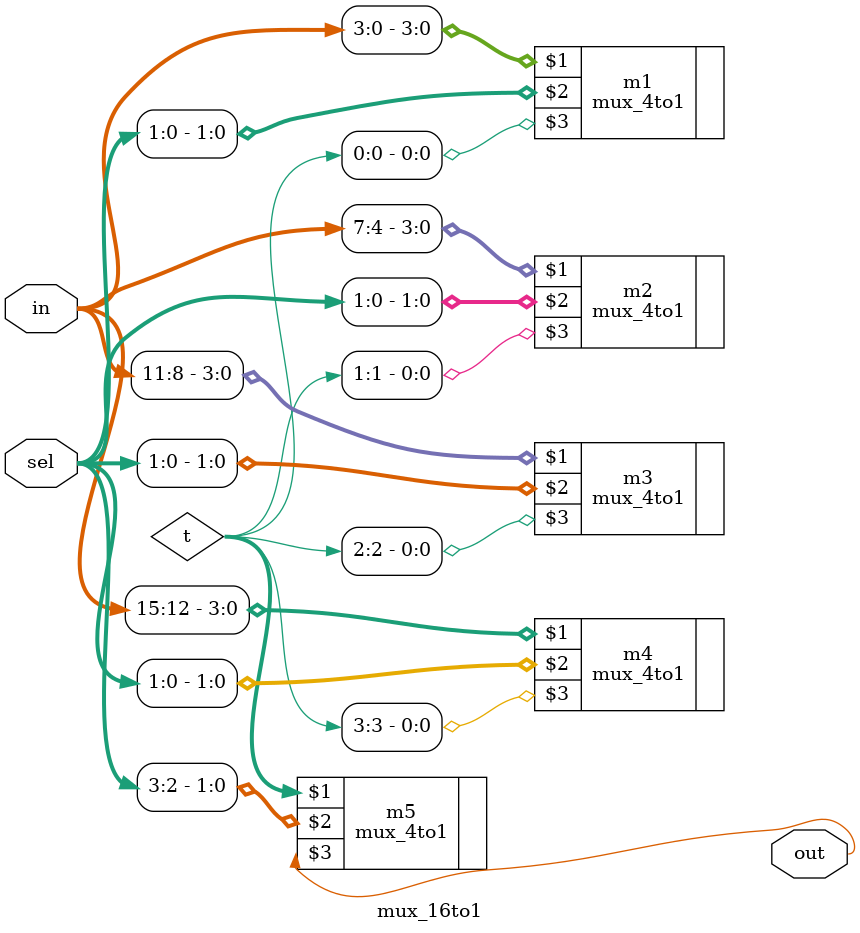
<source format=v>
`timescale 1ns / 1ps


module mux_16to1(
    input [15:0] in,
    input [3:0] sel,
    output out
    );
    wire [3:0]t;
    mux_4to1 m1(in[3:0],sel[1:0],t[0]);
    mux_4to1 m2(in[7:4],sel[1:0],t[1]);
    mux_4to1 m3(in[11:8],sel[1:0],t[2]);
    mux_4to1 m4(in[15:12],sel[1:0],t[3]);
    mux_4to1 m5(t[3:0],sel[3:2],out);
endmodule

</source>
